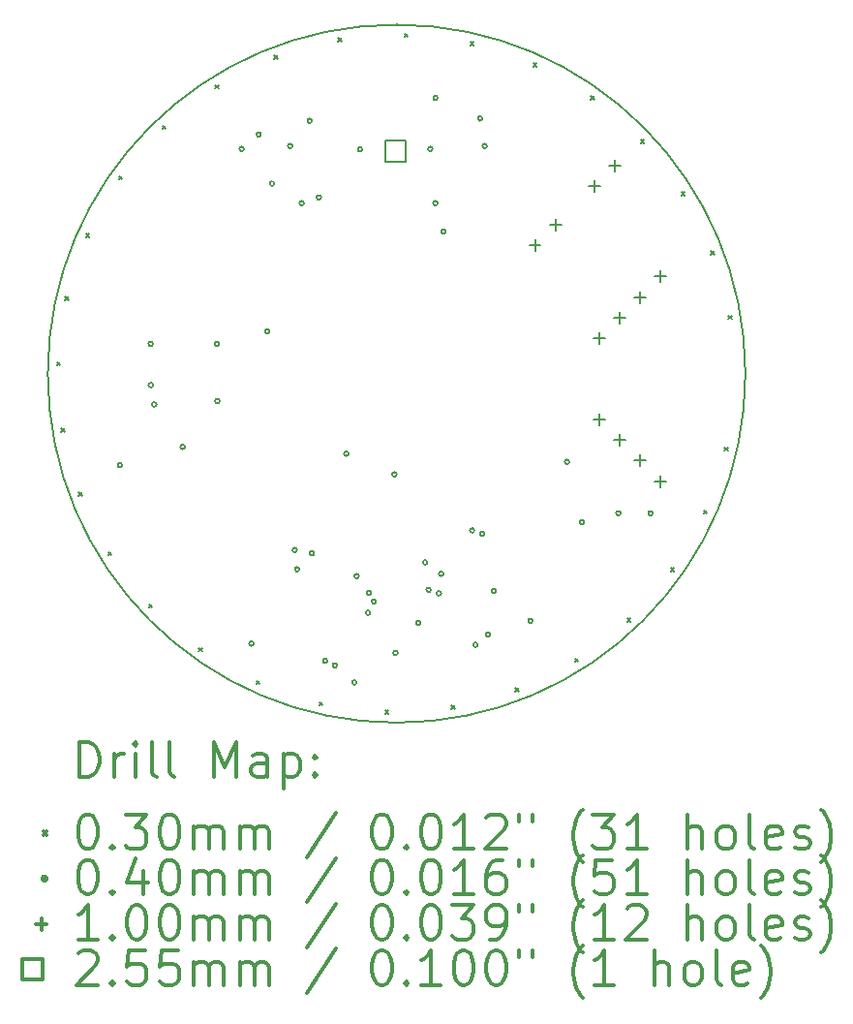
<source format=gbr>
%FSLAX45Y45*%
G04 Gerber Fmt 4.5, Leading zero omitted, Abs format (unit mm)*
G04 Created by KiCad (PCBNEW (5.1.9)-1) date 2021-08-01 23:03:55*
%MOMM*%
%LPD*%
G01*
G04 APERTURE LIST*
%TA.AperFunction,Profile*%
%ADD10C,0.150000*%
%TD*%
%ADD11C,0.200000*%
%ADD12C,0.300000*%
G04 APERTURE END LIST*
D10*
X16230016Y-9840000D02*
G75*
G03*
X16230016Y-9840000I-3050016J0D01*
G01*
D11*
X10207478Y-9740351D02*
X10237478Y-9770351D01*
X10237478Y-9740351D02*
X10207478Y-9770351D01*
X10247792Y-10318961D02*
X10277792Y-10348961D01*
X10277792Y-10318961D02*
X10247792Y-10348961D01*
X10280821Y-9164994D02*
X10310821Y-9194994D01*
X10310821Y-9164994D02*
X10280821Y-9194994D01*
X10400213Y-10878589D02*
X10430213Y-10908589D01*
X10430213Y-10878589D02*
X10400213Y-10908589D01*
X10465000Y-8615000D02*
X10495000Y-8645000D01*
X10495000Y-8615000D02*
X10465000Y-8645000D01*
X10658882Y-11397728D02*
X10688882Y-11427728D01*
X10688882Y-11397728D02*
X10658882Y-11427728D01*
X10752939Y-8111506D02*
X10782939Y-8141506D01*
X10782939Y-8111506D02*
X10752939Y-8141506D01*
X11013861Y-11856428D02*
X11043861Y-11886428D01*
X11043861Y-11856428D02*
X11013861Y-11886428D01*
X11133572Y-7673860D02*
X11163572Y-7703860D01*
X11163572Y-7673860D02*
X11133572Y-7703860D01*
X11451506Y-12237061D02*
X11481506Y-12267061D01*
X11481506Y-12237061D02*
X11451506Y-12267061D01*
X11592272Y-7318882D02*
X11622272Y-7348882D01*
X11622272Y-7318882D02*
X11592272Y-7348882D01*
X11955000Y-12525000D02*
X11985000Y-12555000D01*
X11985000Y-12525000D02*
X11955000Y-12555000D01*
X12111411Y-7060212D02*
X12141411Y-7090212D01*
X12141411Y-7060212D02*
X12111411Y-7090212D01*
X12504994Y-12709179D02*
X12534994Y-12739179D01*
X12534994Y-12709179D02*
X12504994Y-12739179D01*
X12671039Y-6907792D02*
X12701039Y-6937792D01*
X12701039Y-6907792D02*
X12671039Y-6937792D01*
X13080351Y-12782522D02*
X13110351Y-12812522D01*
X13110351Y-12782522D02*
X13080351Y-12812522D01*
X13249649Y-6867478D02*
X13279649Y-6897478D01*
X13279649Y-6867478D02*
X13249649Y-6897478D01*
X13658961Y-12742208D02*
X13688961Y-12772208D01*
X13688961Y-12742208D02*
X13658961Y-12772208D01*
X13825006Y-6940820D02*
X13855006Y-6970820D01*
X13855006Y-6940820D02*
X13825006Y-6970820D01*
X14218589Y-12589787D02*
X14248589Y-12619787D01*
X14248589Y-12589787D02*
X14218589Y-12619787D01*
X14375000Y-7125000D02*
X14405000Y-7155000D01*
X14405000Y-7125000D02*
X14375000Y-7155000D01*
X14737728Y-12331118D02*
X14767728Y-12361118D01*
X14767728Y-12331118D02*
X14737728Y-12361118D01*
X14878494Y-7412939D02*
X14908494Y-7442939D01*
X14908494Y-7412939D02*
X14878494Y-7442939D01*
X15196428Y-11976139D02*
X15226428Y-12006139D01*
X15226428Y-11976139D02*
X15196428Y-12006139D01*
X15316139Y-7793572D02*
X15346139Y-7823572D01*
X15346139Y-7793572D02*
X15316139Y-7823572D01*
X15577061Y-11538494D02*
X15607061Y-11568494D01*
X15607061Y-11538494D02*
X15577061Y-11568494D01*
X15671118Y-8252272D02*
X15701118Y-8282272D01*
X15701118Y-8252272D02*
X15671118Y-8282272D01*
X15865000Y-11035000D02*
X15895000Y-11065000D01*
X15895000Y-11035000D02*
X15865000Y-11065000D01*
X15929787Y-8771411D02*
X15959787Y-8801411D01*
X15959787Y-8771411D02*
X15929787Y-8801411D01*
X16049179Y-10485006D02*
X16079179Y-10515006D01*
X16079179Y-10485006D02*
X16049179Y-10515006D01*
X16082208Y-9331039D02*
X16112208Y-9361039D01*
X16112208Y-9331039D02*
X16082208Y-9361039D01*
X10780000Y-10640000D02*
G75*
G03*
X10780000Y-10640000I-20000J0D01*
G01*
X11050000Y-9580000D02*
G75*
G03*
X11050000Y-9580000I-20000J0D01*
G01*
X11050000Y-9940000D02*
G75*
G03*
X11050000Y-9940000I-20000J0D01*
G01*
X11080000Y-10110000D02*
G75*
G03*
X11080000Y-10110000I-20000J0D01*
G01*
X11330000Y-10480000D02*
G75*
G03*
X11330000Y-10480000I-20000J0D01*
G01*
X11630000Y-9580001D02*
G75*
G03*
X11630000Y-9580001I-20000J0D01*
G01*
X11632498Y-10080000D02*
G75*
G03*
X11632498Y-10080000I-20000J0D01*
G01*
X11845000Y-7875000D02*
G75*
G03*
X11845000Y-7875000I-20000J0D01*
G01*
X11930000Y-12200000D02*
G75*
G03*
X11930000Y-12200000I-20000J0D01*
G01*
X11995000Y-7750000D02*
G75*
G03*
X11995000Y-7750000I-20000J0D01*
G01*
X12070000Y-9470000D02*
G75*
G03*
X12070000Y-9470000I-20000J0D01*
G01*
X12110000Y-8180000D02*
G75*
G03*
X12110000Y-8180000I-20000J0D01*
G01*
X12270000Y-7850000D02*
G75*
G03*
X12270000Y-7850000I-20000J0D01*
G01*
X12310000Y-11380000D02*
G75*
G03*
X12310000Y-11380000I-20000J0D01*
G01*
X12330000Y-11550000D02*
G75*
G03*
X12330000Y-11550000I-20000J0D01*
G01*
X12370000Y-8350000D02*
G75*
G03*
X12370000Y-8350000I-20000J0D01*
G01*
X12440000Y-7630000D02*
G75*
G03*
X12440000Y-7630000I-20000J0D01*
G01*
X12460000Y-11410000D02*
G75*
G03*
X12460000Y-11410000I-20000J0D01*
G01*
X12520000Y-8300000D02*
G75*
G03*
X12520000Y-8300000I-20000J0D01*
G01*
X12575000Y-12350000D02*
G75*
G03*
X12575000Y-12350000I-20000J0D01*
G01*
X12660000Y-12390000D02*
G75*
G03*
X12660000Y-12390000I-20000J0D01*
G01*
X12760000Y-10540000D02*
G75*
G03*
X12760000Y-10540000I-20000J0D01*
G01*
X12830000Y-12540000D02*
G75*
G03*
X12830000Y-12540000I-20000J0D01*
G01*
X12850000Y-11610000D02*
G75*
G03*
X12850000Y-11610000I-20000J0D01*
G01*
X12880000Y-7880000D02*
G75*
G03*
X12880000Y-7880000I-20000J0D01*
G01*
X12950000Y-11930000D02*
G75*
G03*
X12950000Y-11930000I-20000J0D01*
G01*
X12958486Y-11756467D02*
G75*
G03*
X12958486Y-11756467I-20000J0D01*
G01*
X13000000Y-11830000D02*
G75*
G03*
X13000000Y-11830000I-20000J0D01*
G01*
X13180000Y-10720000D02*
G75*
G03*
X13180000Y-10720000I-20000J0D01*
G01*
X13190000Y-12280000D02*
G75*
G03*
X13190000Y-12280000I-20000J0D01*
G01*
X13390000Y-12020000D02*
G75*
G03*
X13390000Y-12020000I-20000J0D01*
G01*
X13450000Y-11490000D02*
G75*
G03*
X13450000Y-11490000I-20000J0D01*
G01*
X13480000Y-11730001D02*
G75*
G03*
X13480000Y-11730001I-20000J0D01*
G01*
X13495000Y-7875000D02*
G75*
G03*
X13495000Y-7875000I-20000J0D01*
G01*
X13540000Y-7430000D02*
G75*
G03*
X13540000Y-7430000I-20000J0D01*
G01*
X13540000Y-8350000D02*
G75*
G03*
X13540000Y-8350000I-20000J0D01*
G01*
X13570000Y-11760000D02*
G75*
G03*
X13570000Y-11760000I-20000J0D01*
G01*
X13590000Y-11590000D02*
G75*
G03*
X13590000Y-11590000I-20000J0D01*
G01*
X13610000Y-8600000D02*
G75*
G03*
X13610000Y-8600000I-20000J0D01*
G01*
X13860000Y-11210000D02*
G75*
G03*
X13860000Y-11210000I-20000J0D01*
G01*
X13890000Y-12210000D02*
G75*
G03*
X13890000Y-12210000I-20000J0D01*
G01*
X13930000Y-7610000D02*
G75*
G03*
X13930000Y-7610000I-20000J0D01*
G01*
X13950000Y-11240000D02*
G75*
G03*
X13950000Y-11240000I-20000J0D01*
G01*
X13970000Y-7850000D02*
G75*
G03*
X13970000Y-7850000I-20000J0D01*
G01*
X14000000Y-12120000D02*
G75*
G03*
X14000000Y-12120000I-20000J0D01*
G01*
X14050000Y-11740000D02*
G75*
G03*
X14050000Y-11740000I-20000J0D01*
G01*
X14370000Y-12000000D02*
G75*
G03*
X14370000Y-12000000I-20000J0D01*
G01*
X14690000Y-10610000D02*
G75*
G03*
X14690000Y-10610000I-20000J0D01*
G01*
X14820000Y-11140000D02*
G75*
G03*
X14820000Y-11140000I-20000J0D01*
G01*
X15140000Y-11060000D02*
G75*
G03*
X15140000Y-11060000I-20000J0D01*
G01*
X15420000Y-11060000D02*
G75*
G03*
X15420000Y-11060000I-20000J0D01*
G01*
X14390000Y-8670000D02*
X14390000Y-8770000D01*
X14340000Y-8720000D02*
X14440000Y-8720000D01*
X14569605Y-8490395D02*
X14569605Y-8590395D01*
X14519605Y-8540395D02*
X14619605Y-8540395D01*
X14910000Y-8150000D02*
X14910000Y-8250000D01*
X14860000Y-8200000D02*
X14960000Y-8200000D01*
X14950000Y-9479605D02*
X14950000Y-9579605D01*
X14900000Y-9529605D02*
X15000000Y-9529605D01*
X14950000Y-10190395D02*
X14950000Y-10290395D01*
X14900000Y-10240395D02*
X15000000Y-10240395D01*
X15089605Y-7970395D02*
X15089605Y-8070395D01*
X15039605Y-8020395D02*
X15139605Y-8020395D01*
X15129605Y-9300000D02*
X15129605Y-9400000D01*
X15079605Y-9350000D02*
X15179605Y-9350000D01*
X15129605Y-10370000D02*
X15129605Y-10470000D01*
X15079605Y-10420000D02*
X15179605Y-10420000D01*
X15309210Y-9120395D02*
X15309210Y-9220395D01*
X15259210Y-9170395D02*
X15359210Y-9170395D01*
X15309210Y-10549605D02*
X15309210Y-10649605D01*
X15259210Y-10599605D02*
X15359210Y-10599605D01*
X15488815Y-8940790D02*
X15488815Y-9040790D01*
X15438815Y-8990790D02*
X15538815Y-8990790D01*
X15488815Y-10729210D02*
X15488815Y-10829210D01*
X15438815Y-10779210D02*
X15538815Y-10779210D01*
X13260157Y-7985157D02*
X13260157Y-7804843D01*
X13079843Y-7804843D01*
X13079843Y-7985157D01*
X13260157Y-7985157D01*
D12*
X10408912Y-13363231D02*
X10408912Y-13063231D01*
X10480341Y-13063231D01*
X10523198Y-13077516D01*
X10551769Y-13106088D01*
X10566055Y-13134659D01*
X10580341Y-13191802D01*
X10580341Y-13234659D01*
X10566055Y-13291802D01*
X10551769Y-13320374D01*
X10523198Y-13348945D01*
X10480341Y-13363231D01*
X10408912Y-13363231D01*
X10708912Y-13363231D02*
X10708912Y-13163231D01*
X10708912Y-13220374D02*
X10723198Y-13191802D01*
X10737484Y-13177516D01*
X10766055Y-13163231D01*
X10794626Y-13163231D01*
X10894626Y-13363231D02*
X10894626Y-13163231D01*
X10894626Y-13063231D02*
X10880341Y-13077516D01*
X10894626Y-13091802D01*
X10908912Y-13077516D01*
X10894626Y-13063231D01*
X10894626Y-13091802D01*
X11080341Y-13363231D02*
X11051769Y-13348945D01*
X11037484Y-13320374D01*
X11037484Y-13063231D01*
X11237483Y-13363231D02*
X11208912Y-13348945D01*
X11194626Y-13320374D01*
X11194626Y-13063231D01*
X11580341Y-13363231D02*
X11580341Y-13063231D01*
X11680341Y-13277516D01*
X11780341Y-13063231D01*
X11780341Y-13363231D01*
X12051769Y-13363231D02*
X12051769Y-13206088D01*
X12037483Y-13177516D01*
X12008912Y-13163231D01*
X11951769Y-13163231D01*
X11923198Y-13177516D01*
X12051769Y-13348945D02*
X12023198Y-13363231D01*
X11951769Y-13363231D01*
X11923198Y-13348945D01*
X11908912Y-13320374D01*
X11908912Y-13291802D01*
X11923198Y-13263231D01*
X11951769Y-13248945D01*
X12023198Y-13248945D01*
X12051769Y-13234659D01*
X12194626Y-13163231D02*
X12194626Y-13463231D01*
X12194626Y-13177516D02*
X12223198Y-13163231D01*
X12280341Y-13163231D01*
X12308912Y-13177516D01*
X12323198Y-13191802D01*
X12337483Y-13220374D01*
X12337483Y-13306088D01*
X12323198Y-13334659D01*
X12308912Y-13348945D01*
X12280341Y-13363231D01*
X12223198Y-13363231D01*
X12194626Y-13348945D01*
X12466055Y-13334659D02*
X12480341Y-13348945D01*
X12466055Y-13363231D01*
X12451769Y-13348945D01*
X12466055Y-13334659D01*
X12466055Y-13363231D01*
X12466055Y-13177516D02*
X12480341Y-13191802D01*
X12466055Y-13206088D01*
X12451769Y-13191802D01*
X12466055Y-13177516D01*
X12466055Y-13206088D01*
X10092484Y-13842516D02*
X10122484Y-13872516D01*
X10122484Y-13842516D02*
X10092484Y-13872516D01*
X10466055Y-13693231D02*
X10494626Y-13693231D01*
X10523198Y-13707516D01*
X10537484Y-13721802D01*
X10551769Y-13750374D01*
X10566055Y-13807516D01*
X10566055Y-13878945D01*
X10551769Y-13936088D01*
X10537484Y-13964659D01*
X10523198Y-13978945D01*
X10494626Y-13993231D01*
X10466055Y-13993231D01*
X10437484Y-13978945D01*
X10423198Y-13964659D01*
X10408912Y-13936088D01*
X10394626Y-13878945D01*
X10394626Y-13807516D01*
X10408912Y-13750374D01*
X10423198Y-13721802D01*
X10437484Y-13707516D01*
X10466055Y-13693231D01*
X10694626Y-13964659D02*
X10708912Y-13978945D01*
X10694626Y-13993231D01*
X10680341Y-13978945D01*
X10694626Y-13964659D01*
X10694626Y-13993231D01*
X10808912Y-13693231D02*
X10994626Y-13693231D01*
X10894626Y-13807516D01*
X10937484Y-13807516D01*
X10966055Y-13821802D01*
X10980341Y-13836088D01*
X10994626Y-13864659D01*
X10994626Y-13936088D01*
X10980341Y-13964659D01*
X10966055Y-13978945D01*
X10937484Y-13993231D01*
X10851769Y-13993231D01*
X10823198Y-13978945D01*
X10808912Y-13964659D01*
X11180341Y-13693231D02*
X11208912Y-13693231D01*
X11237483Y-13707516D01*
X11251769Y-13721802D01*
X11266055Y-13750374D01*
X11280341Y-13807516D01*
X11280341Y-13878945D01*
X11266055Y-13936088D01*
X11251769Y-13964659D01*
X11237483Y-13978945D01*
X11208912Y-13993231D01*
X11180341Y-13993231D01*
X11151769Y-13978945D01*
X11137484Y-13964659D01*
X11123198Y-13936088D01*
X11108912Y-13878945D01*
X11108912Y-13807516D01*
X11123198Y-13750374D01*
X11137484Y-13721802D01*
X11151769Y-13707516D01*
X11180341Y-13693231D01*
X11408912Y-13993231D02*
X11408912Y-13793231D01*
X11408912Y-13821802D02*
X11423198Y-13807516D01*
X11451769Y-13793231D01*
X11494626Y-13793231D01*
X11523198Y-13807516D01*
X11537483Y-13836088D01*
X11537483Y-13993231D01*
X11537483Y-13836088D02*
X11551769Y-13807516D01*
X11580341Y-13793231D01*
X11623198Y-13793231D01*
X11651769Y-13807516D01*
X11666055Y-13836088D01*
X11666055Y-13993231D01*
X11808912Y-13993231D02*
X11808912Y-13793231D01*
X11808912Y-13821802D02*
X11823198Y-13807516D01*
X11851769Y-13793231D01*
X11894626Y-13793231D01*
X11923198Y-13807516D01*
X11937483Y-13836088D01*
X11937483Y-13993231D01*
X11937483Y-13836088D02*
X11951769Y-13807516D01*
X11980341Y-13793231D01*
X12023198Y-13793231D01*
X12051769Y-13807516D01*
X12066055Y-13836088D01*
X12066055Y-13993231D01*
X12651769Y-13678945D02*
X12394626Y-14064659D01*
X13037483Y-13693231D02*
X13066055Y-13693231D01*
X13094626Y-13707516D01*
X13108912Y-13721802D01*
X13123198Y-13750374D01*
X13137483Y-13807516D01*
X13137483Y-13878945D01*
X13123198Y-13936088D01*
X13108912Y-13964659D01*
X13094626Y-13978945D01*
X13066055Y-13993231D01*
X13037483Y-13993231D01*
X13008912Y-13978945D01*
X12994626Y-13964659D01*
X12980341Y-13936088D01*
X12966055Y-13878945D01*
X12966055Y-13807516D01*
X12980341Y-13750374D01*
X12994626Y-13721802D01*
X13008912Y-13707516D01*
X13037483Y-13693231D01*
X13266055Y-13964659D02*
X13280341Y-13978945D01*
X13266055Y-13993231D01*
X13251769Y-13978945D01*
X13266055Y-13964659D01*
X13266055Y-13993231D01*
X13466055Y-13693231D02*
X13494626Y-13693231D01*
X13523198Y-13707516D01*
X13537483Y-13721802D01*
X13551769Y-13750374D01*
X13566055Y-13807516D01*
X13566055Y-13878945D01*
X13551769Y-13936088D01*
X13537483Y-13964659D01*
X13523198Y-13978945D01*
X13494626Y-13993231D01*
X13466055Y-13993231D01*
X13437483Y-13978945D01*
X13423198Y-13964659D01*
X13408912Y-13936088D01*
X13394626Y-13878945D01*
X13394626Y-13807516D01*
X13408912Y-13750374D01*
X13423198Y-13721802D01*
X13437483Y-13707516D01*
X13466055Y-13693231D01*
X13851769Y-13993231D02*
X13680341Y-13993231D01*
X13766055Y-13993231D02*
X13766055Y-13693231D01*
X13737483Y-13736088D01*
X13708912Y-13764659D01*
X13680341Y-13778945D01*
X13966055Y-13721802D02*
X13980341Y-13707516D01*
X14008912Y-13693231D01*
X14080341Y-13693231D01*
X14108912Y-13707516D01*
X14123198Y-13721802D01*
X14137483Y-13750374D01*
X14137483Y-13778945D01*
X14123198Y-13821802D01*
X13951769Y-13993231D01*
X14137483Y-13993231D01*
X14251769Y-13693231D02*
X14251769Y-13750374D01*
X14366055Y-13693231D02*
X14366055Y-13750374D01*
X14808912Y-14107516D02*
X14794626Y-14093231D01*
X14766055Y-14050374D01*
X14751769Y-14021802D01*
X14737483Y-13978945D01*
X14723198Y-13907516D01*
X14723198Y-13850374D01*
X14737483Y-13778945D01*
X14751769Y-13736088D01*
X14766055Y-13707516D01*
X14794626Y-13664659D01*
X14808912Y-13650374D01*
X14894626Y-13693231D02*
X15080341Y-13693231D01*
X14980341Y-13807516D01*
X15023198Y-13807516D01*
X15051769Y-13821802D01*
X15066055Y-13836088D01*
X15080341Y-13864659D01*
X15080341Y-13936088D01*
X15066055Y-13964659D01*
X15051769Y-13978945D01*
X15023198Y-13993231D01*
X14937483Y-13993231D01*
X14908912Y-13978945D01*
X14894626Y-13964659D01*
X15366055Y-13993231D02*
X15194626Y-13993231D01*
X15280341Y-13993231D02*
X15280341Y-13693231D01*
X15251769Y-13736088D01*
X15223198Y-13764659D01*
X15194626Y-13778945D01*
X15723198Y-13993231D02*
X15723198Y-13693231D01*
X15851769Y-13993231D02*
X15851769Y-13836088D01*
X15837483Y-13807516D01*
X15808912Y-13793231D01*
X15766055Y-13793231D01*
X15737483Y-13807516D01*
X15723198Y-13821802D01*
X16037483Y-13993231D02*
X16008912Y-13978945D01*
X15994626Y-13964659D01*
X15980341Y-13936088D01*
X15980341Y-13850374D01*
X15994626Y-13821802D01*
X16008912Y-13807516D01*
X16037483Y-13793231D01*
X16080341Y-13793231D01*
X16108912Y-13807516D01*
X16123198Y-13821802D01*
X16137483Y-13850374D01*
X16137483Y-13936088D01*
X16123198Y-13964659D01*
X16108912Y-13978945D01*
X16080341Y-13993231D01*
X16037483Y-13993231D01*
X16308912Y-13993231D02*
X16280341Y-13978945D01*
X16266055Y-13950374D01*
X16266055Y-13693231D01*
X16537483Y-13978945D02*
X16508912Y-13993231D01*
X16451769Y-13993231D01*
X16423198Y-13978945D01*
X16408912Y-13950374D01*
X16408912Y-13836088D01*
X16423198Y-13807516D01*
X16451769Y-13793231D01*
X16508912Y-13793231D01*
X16537483Y-13807516D01*
X16551769Y-13836088D01*
X16551769Y-13864659D01*
X16408912Y-13893231D01*
X16666055Y-13978945D02*
X16694626Y-13993231D01*
X16751769Y-13993231D01*
X16780341Y-13978945D01*
X16794626Y-13950374D01*
X16794626Y-13936088D01*
X16780341Y-13907516D01*
X16751769Y-13893231D01*
X16708912Y-13893231D01*
X16680341Y-13878945D01*
X16666055Y-13850374D01*
X16666055Y-13836088D01*
X16680341Y-13807516D01*
X16708912Y-13793231D01*
X16751769Y-13793231D01*
X16780341Y-13807516D01*
X16894626Y-14107516D02*
X16908912Y-14093231D01*
X16937484Y-14050374D01*
X16951769Y-14021802D01*
X16966055Y-13978945D01*
X16980341Y-13907516D01*
X16980341Y-13850374D01*
X16966055Y-13778945D01*
X16951769Y-13736088D01*
X16937484Y-13707516D01*
X16908912Y-13664659D01*
X16894626Y-13650374D01*
X10122484Y-14253516D02*
G75*
G03*
X10122484Y-14253516I-20000J0D01*
G01*
X10466055Y-14089231D02*
X10494626Y-14089231D01*
X10523198Y-14103516D01*
X10537484Y-14117802D01*
X10551769Y-14146374D01*
X10566055Y-14203516D01*
X10566055Y-14274945D01*
X10551769Y-14332088D01*
X10537484Y-14360659D01*
X10523198Y-14374945D01*
X10494626Y-14389231D01*
X10466055Y-14389231D01*
X10437484Y-14374945D01*
X10423198Y-14360659D01*
X10408912Y-14332088D01*
X10394626Y-14274945D01*
X10394626Y-14203516D01*
X10408912Y-14146374D01*
X10423198Y-14117802D01*
X10437484Y-14103516D01*
X10466055Y-14089231D01*
X10694626Y-14360659D02*
X10708912Y-14374945D01*
X10694626Y-14389231D01*
X10680341Y-14374945D01*
X10694626Y-14360659D01*
X10694626Y-14389231D01*
X10966055Y-14189231D02*
X10966055Y-14389231D01*
X10894626Y-14074945D02*
X10823198Y-14289231D01*
X11008912Y-14289231D01*
X11180341Y-14089231D02*
X11208912Y-14089231D01*
X11237483Y-14103516D01*
X11251769Y-14117802D01*
X11266055Y-14146374D01*
X11280341Y-14203516D01*
X11280341Y-14274945D01*
X11266055Y-14332088D01*
X11251769Y-14360659D01*
X11237483Y-14374945D01*
X11208912Y-14389231D01*
X11180341Y-14389231D01*
X11151769Y-14374945D01*
X11137484Y-14360659D01*
X11123198Y-14332088D01*
X11108912Y-14274945D01*
X11108912Y-14203516D01*
X11123198Y-14146374D01*
X11137484Y-14117802D01*
X11151769Y-14103516D01*
X11180341Y-14089231D01*
X11408912Y-14389231D02*
X11408912Y-14189231D01*
X11408912Y-14217802D02*
X11423198Y-14203516D01*
X11451769Y-14189231D01*
X11494626Y-14189231D01*
X11523198Y-14203516D01*
X11537483Y-14232088D01*
X11537483Y-14389231D01*
X11537483Y-14232088D02*
X11551769Y-14203516D01*
X11580341Y-14189231D01*
X11623198Y-14189231D01*
X11651769Y-14203516D01*
X11666055Y-14232088D01*
X11666055Y-14389231D01*
X11808912Y-14389231D02*
X11808912Y-14189231D01*
X11808912Y-14217802D02*
X11823198Y-14203516D01*
X11851769Y-14189231D01*
X11894626Y-14189231D01*
X11923198Y-14203516D01*
X11937483Y-14232088D01*
X11937483Y-14389231D01*
X11937483Y-14232088D02*
X11951769Y-14203516D01*
X11980341Y-14189231D01*
X12023198Y-14189231D01*
X12051769Y-14203516D01*
X12066055Y-14232088D01*
X12066055Y-14389231D01*
X12651769Y-14074945D02*
X12394626Y-14460659D01*
X13037483Y-14089231D02*
X13066055Y-14089231D01*
X13094626Y-14103516D01*
X13108912Y-14117802D01*
X13123198Y-14146374D01*
X13137483Y-14203516D01*
X13137483Y-14274945D01*
X13123198Y-14332088D01*
X13108912Y-14360659D01*
X13094626Y-14374945D01*
X13066055Y-14389231D01*
X13037483Y-14389231D01*
X13008912Y-14374945D01*
X12994626Y-14360659D01*
X12980341Y-14332088D01*
X12966055Y-14274945D01*
X12966055Y-14203516D01*
X12980341Y-14146374D01*
X12994626Y-14117802D01*
X13008912Y-14103516D01*
X13037483Y-14089231D01*
X13266055Y-14360659D02*
X13280341Y-14374945D01*
X13266055Y-14389231D01*
X13251769Y-14374945D01*
X13266055Y-14360659D01*
X13266055Y-14389231D01*
X13466055Y-14089231D02*
X13494626Y-14089231D01*
X13523198Y-14103516D01*
X13537483Y-14117802D01*
X13551769Y-14146374D01*
X13566055Y-14203516D01*
X13566055Y-14274945D01*
X13551769Y-14332088D01*
X13537483Y-14360659D01*
X13523198Y-14374945D01*
X13494626Y-14389231D01*
X13466055Y-14389231D01*
X13437483Y-14374945D01*
X13423198Y-14360659D01*
X13408912Y-14332088D01*
X13394626Y-14274945D01*
X13394626Y-14203516D01*
X13408912Y-14146374D01*
X13423198Y-14117802D01*
X13437483Y-14103516D01*
X13466055Y-14089231D01*
X13851769Y-14389231D02*
X13680341Y-14389231D01*
X13766055Y-14389231D02*
X13766055Y-14089231D01*
X13737483Y-14132088D01*
X13708912Y-14160659D01*
X13680341Y-14174945D01*
X14108912Y-14089231D02*
X14051769Y-14089231D01*
X14023198Y-14103516D01*
X14008912Y-14117802D01*
X13980341Y-14160659D01*
X13966055Y-14217802D01*
X13966055Y-14332088D01*
X13980341Y-14360659D01*
X13994626Y-14374945D01*
X14023198Y-14389231D01*
X14080341Y-14389231D01*
X14108912Y-14374945D01*
X14123198Y-14360659D01*
X14137483Y-14332088D01*
X14137483Y-14260659D01*
X14123198Y-14232088D01*
X14108912Y-14217802D01*
X14080341Y-14203516D01*
X14023198Y-14203516D01*
X13994626Y-14217802D01*
X13980341Y-14232088D01*
X13966055Y-14260659D01*
X14251769Y-14089231D02*
X14251769Y-14146374D01*
X14366055Y-14089231D02*
X14366055Y-14146374D01*
X14808912Y-14503516D02*
X14794626Y-14489231D01*
X14766055Y-14446374D01*
X14751769Y-14417802D01*
X14737483Y-14374945D01*
X14723198Y-14303516D01*
X14723198Y-14246374D01*
X14737483Y-14174945D01*
X14751769Y-14132088D01*
X14766055Y-14103516D01*
X14794626Y-14060659D01*
X14808912Y-14046374D01*
X15066055Y-14089231D02*
X14923198Y-14089231D01*
X14908912Y-14232088D01*
X14923198Y-14217802D01*
X14951769Y-14203516D01*
X15023198Y-14203516D01*
X15051769Y-14217802D01*
X15066055Y-14232088D01*
X15080341Y-14260659D01*
X15080341Y-14332088D01*
X15066055Y-14360659D01*
X15051769Y-14374945D01*
X15023198Y-14389231D01*
X14951769Y-14389231D01*
X14923198Y-14374945D01*
X14908912Y-14360659D01*
X15366055Y-14389231D02*
X15194626Y-14389231D01*
X15280341Y-14389231D02*
X15280341Y-14089231D01*
X15251769Y-14132088D01*
X15223198Y-14160659D01*
X15194626Y-14174945D01*
X15723198Y-14389231D02*
X15723198Y-14089231D01*
X15851769Y-14389231D02*
X15851769Y-14232088D01*
X15837483Y-14203516D01*
X15808912Y-14189231D01*
X15766055Y-14189231D01*
X15737483Y-14203516D01*
X15723198Y-14217802D01*
X16037483Y-14389231D02*
X16008912Y-14374945D01*
X15994626Y-14360659D01*
X15980341Y-14332088D01*
X15980341Y-14246374D01*
X15994626Y-14217802D01*
X16008912Y-14203516D01*
X16037483Y-14189231D01*
X16080341Y-14189231D01*
X16108912Y-14203516D01*
X16123198Y-14217802D01*
X16137483Y-14246374D01*
X16137483Y-14332088D01*
X16123198Y-14360659D01*
X16108912Y-14374945D01*
X16080341Y-14389231D01*
X16037483Y-14389231D01*
X16308912Y-14389231D02*
X16280341Y-14374945D01*
X16266055Y-14346374D01*
X16266055Y-14089231D01*
X16537483Y-14374945D02*
X16508912Y-14389231D01*
X16451769Y-14389231D01*
X16423198Y-14374945D01*
X16408912Y-14346374D01*
X16408912Y-14232088D01*
X16423198Y-14203516D01*
X16451769Y-14189231D01*
X16508912Y-14189231D01*
X16537483Y-14203516D01*
X16551769Y-14232088D01*
X16551769Y-14260659D01*
X16408912Y-14289231D01*
X16666055Y-14374945D02*
X16694626Y-14389231D01*
X16751769Y-14389231D01*
X16780341Y-14374945D01*
X16794626Y-14346374D01*
X16794626Y-14332088D01*
X16780341Y-14303516D01*
X16751769Y-14289231D01*
X16708912Y-14289231D01*
X16680341Y-14274945D01*
X16666055Y-14246374D01*
X16666055Y-14232088D01*
X16680341Y-14203516D01*
X16708912Y-14189231D01*
X16751769Y-14189231D01*
X16780341Y-14203516D01*
X16894626Y-14503516D02*
X16908912Y-14489231D01*
X16937484Y-14446374D01*
X16951769Y-14417802D01*
X16966055Y-14374945D01*
X16980341Y-14303516D01*
X16980341Y-14246374D01*
X16966055Y-14174945D01*
X16951769Y-14132088D01*
X16937484Y-14103516D01*
X16908912Y-14060659D01*
X16894626Y-14046374D01*
X10072484Y-14599516D02*
X10072484Y-14699516D01*
X10022484Y-14649516D02*
X10122484Y-14649516D01*
X10566055Y-14785231D02*
X10394626Y-14785231D01*
X10480341Y-14785231D02*
X10480341Y-14485231D01*
X10451769Y-14528088D01*
X10423198Y-14556659D01*
X10394626Y-14570945D01*
X10694626Y-14756659D02*
X10708912Y-14770945D01*
X10694626Y-14785231D01*
X10680341Y-14770945D01*
X10694626Y-14756659D01*
X10694626Y-14785231D01*
X10894626Y-14485231D02*
X10923198Y-14485231D01*
X10951769Y-14499516D01*
X10966055Y-14513802D01*
X10980341Y-14542374D01*
X10994626Y-14599516D01*
X10994626Y-14670945D01*
X10980341Y-14728088D01*
X10966055Y-14756659D01*
X10951769Y-14770945D01*
X10923198Y-14785231D01*
X10894626Y-14785231D01*
X10866055Y-14770945D01*
X10851769Y-14756659D01*
X10837484Y-14728088D01*
X10823198Y-14670945D01*
X10823198Y-14599516D01*
X10837484Y-14542374D01*
X10851769Y-14513802D01*
X10866055Y-14499516D01*
X10894626Y-14485231D01*
X11180341Y-14485231D02*
X11208912Y-14485231D01*
X11237483Y-14499516D01*
X11251769Y-14513802D01*
X11266055Y-14542374D01*
X11280341Y-14599516D01*
X11280341Y-14670945D01*
X11266055Y-14728088D01*
X11251769Y-14756659D01*
X11237483Y-14770945D01*
X11208912Y-14785231D01*
X11180341Y-14785231D01*
X11151769Y-14770945D01*
X11137484Y-14756659D01*
X11123198Y-14728088D01*
X11108912Y-14670945D01*
X11108912Y-14599516D01*
X11123198Y-14542374D01*
X11137484Y-14513802D01*
X11151769Y-14499516D01*
X11180341Y-14485231D01*
X11408912Y-14785231D02*
X11408912Y-14585231D01*
X11408912Y-14613802D02*
X11423198Y-14599516D01*
X11451769Y-14585231D01*
X11494626Y-14585231D01*
X11523198Y-14599516D01*
X11537483Y-14628088D01*
X11537483Y-14785231D01*
X11537483Y-14628088D02*
X11551769Y-14599516D01*
X11580341Y-14585231D01*
X11623198Y-14585231D01*
X11651769Y-14599516D01*
X11666055Y-14628088D01*
X11666055Y-14785231D01*
X11808912Y-14785231D02*
X11808912Y-14585231D01*
X11808912Y-14613802D02*
X11823198Y-14599516D01*
X11851769Y-14585231D01*
X11894626Y-14585231D01*
X11923198Y-14599516D01*
X11937483Y-14628088D01*
X11937483Y-14785231D01*
X11937483Y-14628088D02*
X11951769Y-14599516D01*
X11980341Y-14585231D01*
X12023198Y-14585231D01*
X12051769Y-14599516D01*
X12066055Y-14628088D01*
X12066055Y-14785231D01*
X12651769Y-14470945D02*
X12394626Y-14856659D01*
X13037483Y-14485231D02*
X13066055Y-14485231D01*
X13094626Y-14499516D01*
X13108912Y-14513802D01*
X13123198Y-14542374D01*
X13137483Y-14599516D01*
X13137483Y-14670945D01*
X13123198Y-14728088D01*
X13108912Y-14756659D01*
X13094626Y-14770945D01*
X13066055Y-14785231D01*
X13037483Y-14785231D01*
X13008912Y-14770945D01*
X12994626Y-14756659D01*
X12980341Y-14728088D01*
X12966055Y-14670945D01*
X12966055Y-14599516D01*
X12980341Y-14542374D01*
X12994626Y-14513802D01*
X13008912Y-14499516D01*
X13037483Y-14485231D01*
X13266055Y-14756659D02*
X13280341Y-14770945D01*
X13266055Y-14785231D01*
X13251769Y-14770945D01*
X13266055Y-14756659D01*
X13266055Y-14785231D01*
X13466055Y-14485231D02*
X13494626Y-14485231D01*
X13523198Y-14499516D01*
X13537483Y-14513802D01*
X13551769Y-14542374D01*
X13566055Y-14599516D01*
X13566055Y-14670945D01*
X13551769Y-14728088D01*
X13537483Y-14756659D01*
X13523198Y-14770945D01*
X13494626Y-14785231D01*
X13466055Y-14785231D01*
X13437483Y-14770945D01*
X13423198Y-14756659D01*
X13408912Y-14728088D01*
X13394626Y-14670945D01*
X13394626Y-14599516D01*
X13408912Y-14542374D01*
X13423198Y-14513802D01*
X13437483Y-14499516D01*
X13466055Y-14485231D01*
X13666055Y-14485231D02*
X13851769Y-14485231D01*
X13751769Y-14599516D01*
X13794626Y-14599516D01*
X13823198Y-14613802D01*
X13837483Y-14628088D01*
X13851769Y-14656659D01*
X13851769Y-14728088D01*
X13837483Y-14756659D01*
X13823198Y-14770945D01*
X13794626Y-14785231D01*
X13708912Y-14785231D01*
X13680341Y-14770945D01*
X13666055Y-14756659D01*
X13994626Y-14785231D02*
X14051769Y-14785231D01*
X14080341Y-14770945D01*
X14094626Y-14756659D01*
X14123198Y-14713802D01*
X14137483Y-14656659D01*
X14137483Y-14542374D01*
X14123198Y-14513802D01*
X14108912Y-14499516D01*
X14080341Y-14485231D01*
X14023198Y-14485231D01*
X13994626Y-14499516D01*
X13980341Y-14513802D01*
X13966055Y-14542374D01*
X13966055Y-14613802D01*
X13980341Y-14642374D01*
X13994626Y-14656659D01*
X14023198Y-14670945D01*
X14080341Y-14670945D01*
X14108912Y-14656659D01*
X14123198Y-14642374D01*
X14137483Y-14613802D01*
X14251769Y-14485231D02*
X14251769Y-14542374D01*
X14366055Y-14485231D02*
X14366055Y-14542374D01*
X14808912Y-14899516D02*
X14794626Y-14885231D01*
X14766055Y-14842374D01*
X14751769Y-14813802D01*
X14737483Y-14770945D01*
X14723198Y-14699516D01*
X14723198Y-14642374D01*
X14737483Y-14570945D01*
X14751769Y-14528088D01*
X14766055Y-14499516D01*
X14794626Y-14456659D01*
X14808912Y-14442374D01*
X15080341Y-14785231D02*
X14908912Y-14785231D01*
X14994626Y-14785231D02*
X14994626Y-14485231D01*
X14966055Y-14528088D01*
X14937483Y-14556659D01*
X14908912Y-14570945D01*
X15194626Y-14513802D02*
X15208912Y-14499516D01*
X15237483Y-14485231D01*
X15308912Y-14485231D01*
X15337483Y-14499516D01*
X15351769Y-14513802D01*
X15366055Y-14542374D01*
X15366055Y-14570945D01*
X15351769Y-14613802D01*
X15180341Y-14785231D01*
X15366055Y-14785231D01*
X15723198Y-14785231D02*
X15723198Y-14485231D01*
X15851769Y-14785231D02*
X15851769Y-14628088D01*
X15837483Y-14599516D01*
X15808912Y-14585231D01*
X15766055Y-14585231D01*
X15737483Y-14599516D01*
X15723198Y-14613802D01*
X16037483Y-14785231D02*
X16008912Y-14770945D01*
X15994626Y-14756659D01*
X15980341Y-14728088D01*
X15980341Y-14642374D01*
X15994626Y-14613802D01*
X16008912Y-14599516D01*
X16037483Y-14585231D01*
X16080341Y-14585231D01*
X16108912Y-14599516D01*
X16123198Y-14613802D01*
X16137483Y-14642374D01*
X16137483Y-14728088D01*
X16123198Y-14756659D01*
X16108912Y-14770945D01*
X16080341Y-14785231D01*
X16037483Y-14785231D01*
X16308912Y-14785231D02*
X16280341Y-14770945D01*
X16266055Y-14742374D01*
X16266055Y-14485231D01*
X16537483Y-14770945D02*
X16508912Y-14785231D01*
X16451769Y-14785231D01*
X16423198Y-14770945D01*
X16408912Y-14742374D01*
X16408912Y-14628088D01*
X16423198Y-14599516D01*
X16451769Y-14585231D01*
X16508912Y-14585231D01*
X16537483Y-14599516D01*
X16551769Y-14628088D01*
X16551769Y-14656659D01*
X16408912Y-14685231D01*
X16666055Y-14770945D02*
X16694626Y-14785231D01*
X16751769Y-14785231D01*
X16780341Y-14770945D01*
X16794626Y-14742374D01*
X16794626Y-14728088D01*
X16780341Y-14699516D01*
X16751769Y-14685231D01*
X16708912Y-14685231D01*
X16680341Y-14670945D01*
X16666055Y-14642374D01*
X16666055Y-14628088D01*
X16680341Y-14599516D01*
X16708912Y-14585231D01*
X16751769Y-14585231D01*
X16780341Y-14599516D01*
X16894626Y-14899516D02*
X16908912Y-14885231D01*
X16937484Y-14842374D01*
X16951769Y-14813802D01*
X16966055Y-14770945D01*
X16980341Y-14699516D01*
X16980341Y-14642374D01*
X16966055Y-14570945D01*
X16951769Y-14528088D01*
X16937484Y-14499516D01*
X16908912Y-14456659D01*
X16894626Y-14442374D01*
X10085141Y-15135673D02*
X10085141Y-14955359D01*
X9904827Y-14955359D01*
X9904827Y-15135673D01*
X10085141Y-15135673D01*
X10394626Y-14909802D02*
X10408912Y-14895516D01*
X10437484Y-14881231D01*
X10508912Y-14881231D01*
X10537484Y-14895516D01*
X10551769Y-14909802D01*
X10566055Y-14938374D01*
X10566055Y-14966945D01*
X10551769Y-15009802D01*
X10380341Y-15181231D01*
X10566055Y-15181231D01*
X10694626Y-15152659D02*
X10708912Y-15166945D01*
X10694626Y-15181231D01*
X10680341Y-15166945D01*
X10694626Y-15152659D01*
X10694626Y-15181231D01*
X10980341Y-14881231D02*
X10837484Y-14881231D01*
X10823198Y-15024088D01*
X10837484Y-15009802D01*
X10866055Y-14995516D01*
X10937484Y-14995516D01*
X10966055Y-15009802D01*
X10980341Y-15024088D01*
X10994626Y-15052659D01*
X10994626Y-15124088D01*
X10980341Y-15152659D01*
X10966055Y-15166945D01*
X10937484Y-15181231D01*
X10866055Y-15181231D01*
X10837484Y-15166945D01*
X10823198Y-15152659D01*
X11266055Y-14881231D02*
X11123198Y-14881231D01*
X11108912Y-15024088D01*
X11123198Y-15009802D01*
X11151769Y-14995516D01*
X11223198Y-14995516D01*
X11251769Y-15009802D01*
X11266055Y-15024088D01*
X11280341Y-15052659D01*
X11280341Y-15124088D01*
X11266055Y-15152659D01*
X11251769Y-15166945D01*
X11223198Y-15181231D01*
X11151769Y-15181231D01*
X11123198Y-15166945D01*
X11108912Y-15152659D01*
X11408912Y-15181231D02*
X11408912Y-14981231D01*
X11408912Y-15009802D02*
X11423198Y-14995516D01*
X11451769Y-14981231D01*
X11494626Y-14981231D01*
X11523198Y-14995516D01*
X11537483Y-15024088D01*
X11537483Y-15181231D01*
X11537483Y-15024088D02*
X11551769Y-14995516D01*
X11580341Y-14981231D01*
X11623198Y-14981231D01*
X11651769Y-14995516D01*
X11666055Y-15024088D01*
X11666055Y-15181231D01*
X11808912Y-15181231D02*
X11808912Y-14981231D01*
X11808912Y-15009802D02*
X11823198Y-14995516D01*
X11851769Y-14981231D01*
X11894626Y-14981231D01*
X11923198Y-14995516D01*
X11937483Y-15024088D01*
X11937483Y-15181231D01*
X11937483Y-15024088D02*
X11951769Y-14995516D01*
X11980341Y-14981231D01*
X12023198Y-14981231D01*
X12051769Y-14995516D01*
X12066055Y-15024088D01*
X12066055Y-15181231D01*
X12651769Y-14866945D02*
X12394626Y-15252659D01*
X13037483Y-14881231D02*
X13066055Y-14881231D01*
X13094626Y-14895516D01*
X13108912Y-14909802D01*
X13123198Y-14938374D01*
X13137483Y-14995516D01*
X13137483Y-15066945D01*
X13123198Y-15124088D01*
X13108912Y-15152659D01*
X13094626Y-15166945D01*
X13066055Y-15181231D01*
X13037483Y-15181231D01*
X13008912Y-15166945D01*
X12994626Y-15152659D01*
X12980341Y-15124088D01*
X12966055Y-15066945D01*
X12966055Y-14995516D01*
X12980341Y-14938374D01*
X12994626Y-14909802D01*
X13008912Y-14895516D01*
X13037483Y-14881231D01*
X13266055Y-15152659D02*
X13280341Y-15166945D01*
X13266055Y-15181231D01*
X13251769Y-15166945D01*
X13266055Y-15152659D01*
X13266055Y-15181231D01*
X13566055Y-15181231D02*
X13394626Y-15181231D01*
X13480341Y-15181231D02*
X13480341Y-14881231D01*
X13451769Y-14924088D01*
X13423198Y-14952659D01*
X13394626Y-14966945D01*
X13751769Y-14881231D02*
X13780341Y-14881231D01*
X13808912Y-14895516D01*
X13823198Y-14909802D01*
X13837483Y-14938374D01*
X13851769Y-14995516D01*
X13851769Y-15066945D01*
X13837483Y-15124088D01*
X13823198Y-15152659D01*
X13808912Y-15166945D01*
X13780341Y-15181231D01*
X13751769Y-15181231D01*
X13723198Y-15166945D01*
X13708912Y-15152659D01*
X13694626Y-15124088D01*
X13680341Y-15066945D01*
X13680341Y-14995516D01*
X13694626Y-14938374D01*
X13708912Y-14909802D01*
X13723198Y-14895516D01*
X13751769Y-14881231D01*
X14037483Y-14881231D02*
X14066055Y-14881231D01*
X14094626Y-14895516D01*
X14108912Y-14909802D01*
X14123198Y-14938374D01*
X14137483Y-14995516D01*
X14137483Y-15066945D01*
X14123198Y-15124088D01*
X14108912Y-15152659D01*
X14094626Y-15166945D01*
X14066055Y-15181231D01*
X14037483Y-15181231D01*
X14008912Y-15166945D01*
X13994626Y-15152659D01*
X13980341Y-15124088D01*
X13966055Y-15066945D01*
X13966055Y-14995516D01*
X13980341Y-14938374D01*
X13994626Y-14909802D01*
X14008912Y-14895516D01*
X14037483Y-14881231D01*
X14251769Y-14881231D02*
X14251769Y-14938374D01*
X14366055Y-14881231D02*
X14366055Y-14938374D01*
X14808912Y-15295516D02*
X14794626Y-15281231D01*
X14766055Y-15238374D01*
X14751769Y-15209802D01*
X14737483Y-15166945D01*
X14723198Y-15095516D01*
X14723198Y-15038374D01*
X14737483Y-14966945D01*
X14751769Y-14924088D01*
X14766055Y-14895516D01*
X14794626Y-14852659D01*
X14808912Y-14838374D01*
X15080341Y-15181231D02*
X14908912Y-15181231D01*
X14994626Y-15181231D02*
X14994626Y-14881231D01*
X14966055Y-14924088D01*
X14937483Y-14952659D01*
X14908912Y-14966945D01*
X15437483Y-15181231D02*
X15437483Y-14881231D01*
X15566055Y-15181231D02*
X15566055Y-15024088D01*
X15551769Y-14995516D01*
X15523198Y-14981231D01*
X15480341Y-14981231D01*
X15451769Y-14995516D01*
X15437483Y-15009802D01*
X15751769Y-15181231D02*
X15723198Y-15166945D01*
X15708912Y-15152659D01*
X15694626Y-15124088D01*
X15694626Y-15038374D01*
X15708912Y-15009802D01*
X15723198Y-14995516D01*
X15751769Y-14981231D01*
X15794626Y-14981231D01*
X15823198Y-14995516D01*
X15837483Y-15009802D01*
X15851769Y-15038374D01*
X15851769Y-15124088D01*
X15837483Y-15152659D01*
X15823198Y-15166945D01*
X15794626Y-15181231D01*
X15751769Y-15181231D01*
X16023198Y-15181231D02*
X15994626Y-15166945D01*
X15980341Y-15138374D01*
X15980341Y-14881231D01*
X16251769Y-15166945D02*
X16223198Y-15181231D01*
X16166055Y-15181231D01*
X16137483Y-15166945D01*
X16123198Y-15138374D01*
X16123198Y-15024088D01*
X16137483Y-14995516D01*
X16166055Y-14981231D01*
X16223198Y-14981231D01*
X16251769Y-14995516D01*
X16266055Y-15024088D01*
X16266055Y-15052659D01*
X16123198Y-15081231D01*
X16366055Y-15295516D02*
X16380341Y-15281231D01*
X16408912Y-15238374D01*
X16423198Y-15209802D01*
X16437483Y-15166945D01*
X16451769Y-15095516D01*
X16451769Y-15038374D01*
X16437483Y-14966945D01*
X16423198Y-14924088D01*
X16408912Y-14895516D01*
X16380341Y-14852659D01*
X16366055Y-14838374D01*
M02*

</source>
